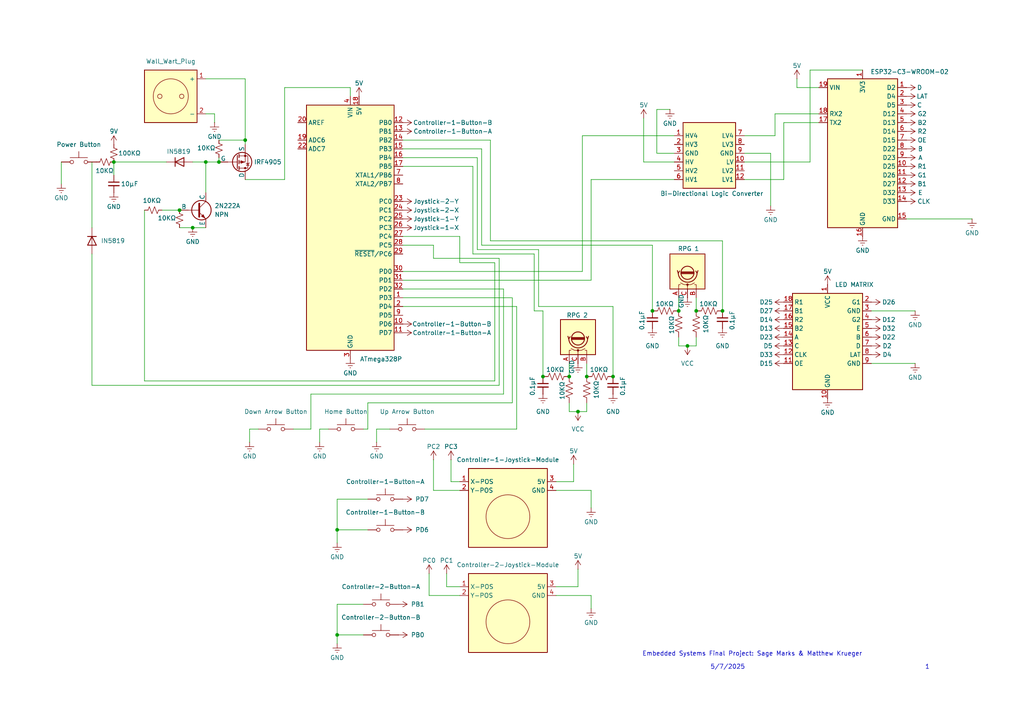
<source format=kicad_sch>
(kicad_sch (version 20250114) (generator "eeschema") (generator_version "9.0")
  (paper "A4")
  (lib_symbols
    (symbol "Arduino_Nano_ESP32_1"
      (property "Value" "Joystick Module" (at -3.302 24.892 0))
      (symbol "Arduino_Nano_ESP32_1_1_1"
        (pin bidirectional line (at -17.78 19.05 0) (length 2.54) (name "X-POS") (number "1"))
        (pin bidirectional line (at -17.78 16.51 0) (length 2.54) (name "Y-POS") (number "2"))
        (pin passive line (at 0 -25.4 90) (length 2.54) (hide yes) (name "GND") (number "29"))
        (pin power_out line (at 10.16 19.05 180) (length 2.54) (name "5V") (number "3"))
        (pin power_out line (at 10.16 16.51 180) (length 2.54) (name "GND") (number "4"))
      )
    )
    (symbol "Connector:Conn_Plug_2P"
      (property "Value" "Wall_Wart_Plug" (at 0 10.16 0))
      (symbol "Conn_Plug_2P_1_1"
        (pin power_in line (at 10.16 5.08 180) (length 2.54) (name "+") (number "1"))
        (pin power_out line (at 10.16 -5.08 180) (length 2.54) (name "-") (number "2"))
      )
    )
    (symbol "D_1" (pin_numbers (hide yes)) (pin_names (offset 1.016) (hide yes))
      (property "Value" "IN5819" (at 4.826 1.27 0))
      (symbol "D_1_1_1"
        (pin passive line (at -1.27 5.08 270) (length 2.54) (name "K") (number "1"))
        (pin passive line (at -1.27 -2.54 90) (length 2.54) (name "A") (number "2"))
      )
    )
    (symbol "Device:C_Small" (pin_numbers (hide yes)) (pin_names (offset 0.254) (hide yes))
      (property "Reference" "C" (at 0.254 1.778 0))
      (property "Value" "C_Small" (at 0.254 -2.032 0))
      (symbol "C_Small_1_1"
        (pin passive line (at 0 2.54 270) (length 2.032) (name "~") (number "1"))
        (pin passive line (at 0 -2.54 90) (length 2.032) (name "~") (number "2"))
      )
    )
    (symbol "Device:D" (pin_numbers (hide yes)) (pin_names (offset 1.016) (hide yes))
      (property "Reference" "D" (at 0 2.54 0))
      (property "Value" "D" (at 0 -2.54 0))
      (symbol "D_1_1"
        (pin passive line (at -3.81 0 0) (length 2.54) (name "K") (number "1"))
        (pin passive line (at 3.81 0 180) (length 2.54) (name "A") (number "2"))
      )
    )
    (symbol "Device:R_Small_US" (pin_numbers (hide yes)) (pin_names (offset 0.254) (hide yes))
      (property "Reference" "R" (at 0.762 0.508 0))
      (property "Value" "R_Small_US" (at 0.762 -1.016 0))
      (symbol "R_Small_US_1_1"
        (pin passive line (at 0 2.54 270) (length 1.016) (name "~") (number "1"))
        (pin passive line (at 0 -2.54 90) (length 1.016) (name "~") (number "2"))
      )
    )
    (symbol "Device:R_US" (pin_numbers (hide yes)) (pin_names (offset 0))
      (property "Reference" "R" (at 2.54 0 90))
      (property "Value" "R_US" (at -2.54 0 90))
      (symbol "R_US_1_1"
        (pin passive line (at 0 3.81 270) (length 1.27) (name "~") (number "1"))
        (pin passive line (at 0 -3.81 90) (length 1.27) (name "~") (number "2"))
      )
    )
    (symbol "Device:RotaryEncoder" (pin_names (offset 0.254) (hide yes))
      (property "Reference" "SW" (at 0 6.604 0))
      (property "Value" "RotaryEncoder" (at 0 -6.604 0))
      (symbol "RotaryEncoder_1_1"
        (pin passive line (at -7.62 2.54 0) (length 2.54) (name "A") (number "A"))
        (pin passive line (at -7.62 0 0) (length 2.54) (name "C") (number "C"))
        (pin passive line (at -7.62 -2.54 0) (length 2.54) (name "B") (number "B"))
      )
    )
    (symbol "Driver_LED:IS31FL3218-GR"
      (property "Value" "LED MATRIX" (at 2.1433 27.94 0))
      (symbol "IS31FL3218-GR_1_1"
        (pin bidirectional line (at -12.7 22.86 0) (length 2.54) (name "R1") (number "18"))
        (pin input line (at -12.7 20.32 0) (length 2.54) (name "B1") (number "17"))
        (pin input line (at -12.7 17.78 0) (length 2.54) (name "R2") (number "16"))
        (pin input line (at -12.7 15.24 0) (length 2.54) (name "B2") (number "15"))
        (pin passive line (at -12.7 12.7 0) (length 2.54) (name "A") (number "14"))
        (pin passive line (at -12.7 10.16 0) (length 2.54) (name "C") (number "13"))
        (pin passive line (at -12.7 7.62 0) (length 2.54) (name "CLK") (number "12"))
        (pin passive line (at -12.7 5.08 0) (length 2.54) (name "OE") (number "11"))
        (pin power_in line (at 0 27.94 270) (length 2.54) (name "VCC") (number "1"))
        (pin power_in line (at 0 -5.08 90) (length 2.54) (name "GND") (number "10"))
        (pin open_collector line (at 12.7 22.86 180) (length 2.54) (name "G1") (number "2"))
        (pin open_collector line (at 12.7 20.32 180) (length 2.54) (name "GND") (number "3"))
        (pin open_collector line (at 12.7 17.78 180) (length 2.54) (name "G2") (number "4"))
        (pin open_collector line (at 12.7 15.24 180) (length 2.54) (name "E") (number "5"))
        (pin open_collector line (at 12.7 12.7 180) (length 2.54) (name "B") (number "6"))
        (pin open_collector line (at 12.7 10.16 180) (length 2.54) (name "D") (number "7"))
        (pin open_collector line (at 12.7 7.62 180) (length 2.54) (name "LAT") (number "8"))
        (pin open_collector line (at 12.7 5.08 180) (length 2.54) (name "GND") (number "9"))
      )
    )
    (symbol "Logic_LevelTranslator:TXB0106PW"
      (property "Value" "Bi-Directional Logic Converter" (at -14.224 -11.684 0))
      (symbol "TXB0106PW_1_1"
        (pin bidirectional line (at -10.16 5.08 0) (length 2.54) (name "HV4") (number "1"))
        (pin bidirectional line (at -10.16 2.54 0) (length 2.54) (name "HV3") (number "2"))
        (pin bidirectional line (at -10.16 0 0) (length 2.54) (name "GND") (number "3"))
        (pin bidirectional line (at -10.16 -2.54 0) (length 2.54) (name "HV") (number "4"))
        (pin bidirectional line (at -10.16 -5.08 0) (length 2.54) (name "HV2") (number "5"))
        (pin bidirectional line (at -10.16 -7.62 0) (length 2.54) (name "HV1") (number "6"))
        (pin bidirectional line (at 10.16 5.08 180) (length 2.54) (name "LV4") (number "7"))
        (pin bidirectional line (at 10.16 2.54 180) (length 2.54) (name "LV3") (number "8"))
        (pin bidirectional line (at 10.16 0 180) (length 2.54) (name "GND") (number "9"))
        (pin bidirectional line (at 10.16 -2.54 180) (length 2.54) (name "LV") (number "10"))
        (pin bidirectional line (at 10.16 -5.08 180) (length 2.54) (name "LV2") (number "11"))
        (pin bidirectional line (at 10.16 -7.62 180) (length 2.54) (name "LV1") (number "12"))
      )
    )
    (symbol "MCU_Microchip_ATmega:ATmega328P-A"
      (property "Value" "ATmega328P" (at 2.794 -38.1 0))
      (symbol "ATmega328P-A_1_1"
        (pin passive line (at -15.24 30.48 0) (length 2.54) (name "AREF") (number "20"))
        (pin input line (at -15.24 25.4 0) (length 2.54) (name "ADC6") (number "19"))
        (pin input line (at -15.24 22.86 0) (length 2.54) (name "ADC7") (number "22"))
        (pin power_in line (at 0 38.1 270) (length 2.54) (name "VIN") (number "4"))
        (pin passive line (at 0 38.1 270) (length 2.54) (hide yes) (name "VCC") (number "6"))
        (pin passive line (at 0 -38.1 90) (length 2.54) (hide yes) (name "GND") (number "21"))
        (pin power_in line (at 0 -38.1 90) (length 2.54) (name "GND") (number "3"))
        (pin passive line (at 0 -38.1 90) (length 2.54) (hide yes) (name "GND") (number "5"))
        (pin power_in line (at 2.54 38.1 270) (length 2.54) (name "5V") (number "18"))
        (pin bidirectional line (at 15.24 30.48 180) (length 2.54) (name "PB0") (number "12"))
        (pin bidirectional line (at 15.24 27.94 180) (length 2.54) (name "PB1") (number "13"))
        (pin bidirectional line (at 15.24 25.4 180) (length 2.54) (name "PB2") (number "14"))
        (pin bidirectional line (at 15.24 22.86 180) (length 2.54) (name "PB3") (number "15"))
        (pin bidirectional line (at 15.24 20.32 180) (length 2.54) (name "PB4") (number "16"))
        (pin bidirectional line (at 15.24 17.78 180) (length 2.54) (name "PB5") (number "17"))
        (pin bidirectional line (at 15.24 15.24 180) (length 2.54) (name "XTAL1/PB6") (number "7"))
        (pin bidirectional line (at 15.24 12.7 180) (length 2.54) (name "XTAL2/PB7") (number "8"))
        (pin bidirectional line (at 15.24 7.62 180) (length 2.54) (name "PC0") (number "23"))
        (pin bidirectional line (at 15.24 5.08 180) (length 2.54) (name "PC1") (number "24"))
        (pin bidirectional line (at 15.24 2.54 180) (length 2.54) (name "PC2") (number "25"))
        (pin bidirectional line (at 15.24 0 180) (length 2.54) (name "PC3") (number "26"))
        (pin bidirectional line (at 15.24 -2.54 180) (length 2.54) (name "PC4") (number "27"))
        (pin bidirectional line (at 15.24 -5.08 180) (length 2.54) (name "PC5") (number "28"))
        (pin bidirectional line (at 15.24 -7.62 180) (length 2.54) (name "~{RESET}/PC6") (number "29"))
        (pin bidirectional line (at 15.24 -12.7 180) (length 2.54) (name "PD0") (number "30"))
        (pin bidirectional line (at 15.24 -15.24 180) (length 2.54) (name "PD1") (number "31"))
        (pin bidirectional line (at 15.24 -17.78 180) (length 2.54) (name "PD2") (number "32"))
        (pin bidirectional line (at 15.24 -20.32 180) (length 2.54) (name "PD3") (number "1"))
        (pin bidirectional line (at 15.24 -22.86 180) (length 2.54) (name "PD4") (number "2"))
        (pin bidirectional line (at 15.24 -25.4 180) (length 2.54) (name "PD5") (number "9"))
        (pin bidirectional line (at 15.24 -27.94 180) (length 2.54) (name "PD6") (number "10"))
        (pin bidirectional line (at 15.24 -30.48 180) (length 2.54) (name "PD7") (number "11"))
      )
    )
    (symbol "MCU_Module:Arduino_Nano_ESP32"
      (property "Value" "Joystick Module" (at -3.302 24.892 0))
      (symbol "Arduino_Nano_ESP32_1_1"
        (pin bidirectional line (at -17.78 19.05 0) (length 2.54) (name "X-POS") (number "1"))
        (pin bidirectional line (at -17.78 16.51 0) (length 2.54) (name "Y-POS") (number "2"))
        (pin passive line (at 0 -25.4 90) (length 2.54) (hide yes) (name "GND") (number "29"))
        (pin power_out line (at 10.16 19.05 180) (length 2.54) (name "5V") (number "3"))
        (pin power_out line (at 10.16 16.51 180) (length 2.54) (name "GND") (number "4"))
      )
    )
    (symbol "RF_Module:ESP32-C3-WROOM-02"
      (property "Value" "ESP32-C3-WROOM-02" (at 2.1433 22.86 0))
      (symbol "ESP32-C3-WROOM-02_1_1"
        (pin bidirectional line (at -10.16 17.78 0) (length 2.54) (name "VIN") (number "19"))
        (pin bidirectional line (at -10.16 10.16 0) (length 2.54) (name "RX2") (number "18"))
        (pin bidirectional line (at -10.16 7.62 0) (length 2.54) (name "TX2") (number "17"))
        (pin passive line (at 0 -22.86 90) (length 2.54) (hide yes) (name "GND") (number "19"))
        (pin power_in line (at 2.54 22.86 270) (length 2.54) (name "3V3") (number "1"))
        (pin power_in line (at 2.54 -25.4 90) (length 2.54) (name "GND") (number "16"))
        (pin bidirectional line (at 15.24 17.78 180) (length 2.54) (name "D2") (number "1"))
        (pin bidirectional line (at 15.24 15.24 180) (length 2.54) (name "D4") (number "2"))
        (pin bidirectional line (at 15.24 12.7 180) (length 2.54) (name "D5") (number "3"))
        (pin bidirectional line (at 15.24 10.16 180) (length 2.54) (name "D12") (number "4"))
        (pin bidirectional line (at 15.24 7.62 180) (length 2.54) (name "D13") (number "5"))
        (pin bidirectional line (at 15.24 5.08 180) (length 2.54) (name "D14") (number "6"))
        (pin bidirectional line (at 15.24 2.54 180) (length 2.54) (name "D15") (number "7"))
        (pin bidirectional line (at 15.24 0 180) (length 2.54) (name "D22") (number "8"))
        (pin bidirectional line (at 15.24 -2.54 180) (length 2.54) (name "D23") (number "9"))
        (pin bidirectional line (at 15.24 -5.08 180) (length 2.54) (name "D25") (number "10"))
        (pin bidirectional line (at 15.24 -7.62 180) (length 2.54) (name "D26") (number "11"))
        (pin bidirectional line (at 15.24 -10.16 180) (length 2.54) (name "D27") (number "12"))
        (pin bidirectional line (at 15.24 -12.7 180) (length 2.54) (name "D32") (number "13"))
        (pin bidirectional line (at 15.24 -15.24 180) (length 2.54) (name "D33") (number "14"))
        (pin bidirectional line (at 15.24 -20.32 180) (length 2.54) (name "GND") (number "15"))
      )
    )
    (symbol "R_Small_US_1" (pin_numbers (hide yes)) (pin_names (offset 0.254) (hide yes))
      (property "Reference" "10KΩ" (at 2.286 2.794 0))
      (symbol "R_Small_US_1_1_1"
        (pin passive line (at -2.54 0 0) (length 1.016) (name "~") (number "2"))
        (pin passive line (at 2.54 0 180) (length 1.016) (name "~") (number "1"))
      )
    )
    (symbol "Simulation_SPICE:NPN" (pin_numbers (hide yes)) (pin_names (offset 0))
      (property "Reference" "Q" (at -2.54 7.62 0))
      (property "Value" "NPN" (at -2.54 5.08 0))
      (symbol "NPN_1_1"
        (pin input line (at -5.08 0 0) (length 2.54) (name "B") (number "2"))
        (pin open_collector line (at 2.54 5.08 270) (length 2.54) (name "C") (number "1"))
        (pin open_emitter line (at 2.54 -5.08 90) (length 2.54) (name "E") (number "3"))
      )
    )
    (symbol "Simulation_SPICE:PMOS" (pin_numbers (hide yes)) (pin_names (offset 0))
      (property "Reference" "IRF4905" (at 6.35 1.2701 0))
      (property "Value" "PMOS" (at 6.35 -1.2699 0))
      (symbol "PMOS_1_1"
        (pin input line (at -5.08 0 0) (length 2.54) (name "G") (number "2"))
        (pin passive line (at 2.54 5.08 270) (length 2.54) (name "S") (number "1"))
        (pin passive line (at 2.54 -5.08 90) (length 2.54) (name "D") (number "3"))
      )
    )
    (symbol "Switch:SW_Push" (pin_numbers (hide yes)) (pin_names (offset 1.016) (hide yes))
      (property "Reference" "SW" (at 1.27 2.54 0))
      (property "Value" "SW_Push" (at 0 -1.524 0))
      (symbol "SW_Push_0_1"
        (pin passive line (at -5.08 0 0) (length 2.54) (name "1") (number "1"))
        (pin passive line (at 5.08 0 180) (length 2.54) (name "2") (number "2"))
      )
    )
    (symbol "VCC_1" (power) (pin_numbers (hide yes)) (pin_names (offset 0) (hide yes))
      (property "Value" "5V" (at 3.81 0 0))
      (symbol "VCC_1_1_1"
        (pin power_in line (at 0 0 0) (length 0) (name "~") (number "1"))
      )
    )
    (symbol "VCC_2" (power) (pin_numbers (hide yes)) (pin_names (offset 0) (hide yes))
      (property "Value" "D26" (at -5.08 0 0))
      (symbol "VCC_2_1_1"
        (pin power_in line (at 0 0 180) (length 0) (name "~") (number "1"))
      )
    )
    (symbol "power:Earth" (power) (pin_numbers (hide yes)) (pin_names (offset 0) (hide yes))
      (property "Value" "Earth" (at 0 -3.81 0))
      (symbol "Earth_1_1"
        (pin power_in line (at 0 0 270) (length 0) (name "~") (number "1"))
      )
    )
    (symbol "power:VCC" (power) (pin_numbers (hide yes)) (pin_names (offset 0) (hide yes))
      (property "Value" "VCC" (at 0 3.556 0))
      (symbol "VCC_1_1"
        (pin power_in line (at 0 0 90) (length 0) (name "~") (number "1"))
      )
    )
  )
  (text "Embedded Systems Final Project: Sage Marks & Matthew Krueger" (at 218.186 189.738 0) (effects (font (size 1.27 1.27))))
  (text "5/7/2025" (at 211.074 193.548 0) (effects (font (size 1.27 1.27))))
  (text "1" (at 268.986 193.548 0) (effects (font (size 1.27 1.27))))
  (junction (at 97.79 153.67))
  (junction (at 170.18 109.22))
  (junction (at 189.23 90.17))
  (junction (at 63.5 46.99))
  (junction (at 157.48 109.22))
  (junction (at 167.64 119.38))
  (junction (at 97.79 184.15))
  (junction (at 201.93 90.17))
  (junction (at 71.12 40.64))
  (junction (at 33.02 46.99))
  (junction (at 196.85 90.17))
  (junction (at 165.1 109.22))
  (junction (at 52.07 60.96))
  (junction (at 59.69 46.99))
  (junction (at 177.8 109.22))
  (junction (at 199.39 100.33))
  (junction (at 209.55 90.17))
  (junction (at 55.88 66.04))
  (wire (pts (xy 196.85 100.33) (xy 199.39 100.33)))
  (wire (pts (xy 139.7 71.12) (xy 189.23 71.12)))
  (wire (pts (xy 195.58 46.99) (xy 186.69 46.99)))
  (wire (pts (xy 130.81 139.7) (xy 133.35 139.7)))
  (wire (pts (xy 148.59 86.36) (xy 148.59 116.84)))
  (wire (pts (xy 125.73 133.35) (xy 125.73 142.24)))
  (wire (pts (xy 109.22 124.46) (xy 109.22 128.27)))
  (wire (pts (xy 227.33 35.56) (xy 237.49 35.56)))
  (wire (pts (xy 170.18 105.41) (xy 170.18 109.22)))
  (wire (pts (xy 227.33 52.07) (xy 227.33 35.56)))
  (wire (pts (xy 59.69 22.86) (xy 71.12 22.86)))
  (wire (pts (xy 85.09 124.46) (xy 90.17 124.46)))
  (wire (pts (xy 97.79 184.15) (xy 97.79 186.69)))
  (wire (pts (xy 63.5 45.72) (xy 63.5 46.99)))
  (wire (pts (xy 26.67 46.99) (xy 26.67 66.04)))
  (wire (pts (xy 142.24 40.64) (xy 116.84 40.64)))
  (wire (pts (xy 170.18 116.84) (xy 170.18 119.38)))
  (wire (pts (xy 137.16 73.66) (xy 154.94 73.66)))
  (wire (pts (xy 231.14 25.4) (xy 231.14 22.86)))
  (wire (pts (xy 215.9 44.45) (xy 223.52 44.45)))
  (wire (pts (xy 250.19 20.32) (xy 234.95 20.32)))
  (wire (pts (xy 52.07 66.04) (xy 55.88 66.04)))
  (wire (pts (xy 161.29 139.7) (xy 166.37 139.7)))
  (wire (pts (xy 177.8 88.9) (xy 177.8 109.22)))
  (wire (pts (xy 62.23 33.02) (xy 62.23 35.56)))
  (wire (pts (xy 71.12 40.64) (xy 71.12 41.91)))
  (wire (pts (xy 252.73 105.41) (xy 265.43 105.41)))
  (wire (pts (xy 161.29 170.18) (xy 167.64 170.18)))
  (wire (pts (xy 116.84 45.72) (xy 138.43 45.72)))
  (wire (pts (xy 63.5 40.64) (xy 71.12 40.64)))
  (wire (pts (xy 116.84 48.26) (xy 137.16 48.26)))
  (wire (pts (xy 156.21 72.39) (xy 156.21 88.9)))
  (wire (pts (xy 189.23 71.12) (xy 189.23 90.17)))
  (wire (pts (xy 199.39 100.33) (xy 201.93 100.33)))
  (wire (pts (xy 139.7 43.18) (xy 116.84 43.18)))
  (wire (pts (xy 33.02 46.99) (xy 48.26 46.99)))
  (wire (pts (xy 215.9 52.07) (xy 227.33 52.07)))
  (wire (pts (xy 130.81 133.35) (xy 130.81 139.7)))
  (wire (pts (xy 82.55 25.4) (xy 101.6 25.4)))
  (wire (pts (xy 215.9 39.37) (xy 224.79 39.37)))
  (wire (pts (xy 55.88 46.99) (xy 59.69 46.99)))
  (wire (pts (xy 161.29 172.72) (xy 171.45 172.72)))
  (wire (pts (xy 165.1 105.41) (xy 165.1 109.22)))
  (wire (pts (xy 129.54 166.37) (xy 129.54 170.18)))
  (wire (pts (xy 129.54 170.18) (xy 133.35 170.18)))
  (wire (pts (xy 41.91 60.96) (xy 41.91 110.49)))
  (wire (pts (xy 234.95 20.32) (xy 234.95 46.99)))
  (wire (pts (xy 252.73 90.17) (xy 265.43 90.17)))
  (wire (pts (xy 90.17 114.3) (xy 146.05 114.3)))
  (wire (pts (xy 148.59 116.84) (xy 106.68 116.84)))
  (wire (pts (xy 33.02 46.99) (xy 33.02 50.8)))
  (wire (pts (xy 196.85 86.36) (xy 196.85 90.17)))
  (wire (pts (xy 143.51 110.49) (xy 143.51 76.2)))
  (wire (pts (xy 72.39 124.46) (xy 72.39 128.27)))
  (wire (pts (xy 154.94 73.66) (xy 154.94 90.17)))
  (wire (pts (xy 133.35 68.58) (xy 116.84 68.58)))
  (wire (pts (xy 138.43 72.39) (xy 156.21 72.39)))
  (wire (pts (xy 166.37 139.7) (xy 166.37 134.62)))
  (wire (pts (xy 196.85 97.79) (xy 196.85 100.33)))
  (wire (pts (xy 167.64 170.18) (xy 167.64 165.1)))
  (wire (pts (xy 195.58 44.45) (xy 190.5 44.45)))
  (wire (pts (xy 171.45 172.72) (xy 171.45 176.53)))
  (wire (pts (xy 168.91 78.74) (xy 116.84 78.74)))
  (wire (pts (xy 125.73 71.12) (xy 116.84 71.12)))
  (wire (pts (xy 171.45 52.07) (xy 171.45 81.28)))
  (wire (pts (xy 209.55 69.85) (xy 209.55 90.17)))
  (wire (pts (xy 116.84 86.36) (xy 148.59 86.36)))
  (wire (pts (xy 237.49 25.4) (xy 231.14 25.4)))
  (wire (pts (xy 105.41 175.26) (xy 97.79 175.26)))
  (wire (pts (xy 190.5 31.75) (xy 194.31 31.75)))
  (wire (pts (xy 223.52 44.45) (xy 223.52 59.69)))
  (wire (pts (xy 106.68 144.78) (xy 97.79 144.78)))
  (wire (pts (xy 224.79 39.37) (xy 224.79 33.02)))
  (wire (pts (xy 171.45 52.07) (xy 195.58 52.07)))
  (wire (pts (xy 74.93 124.46) (xy 72.39 124.46)))
  (wire (pts (xy 171.45 142.24) (xy 171.45 147.32)))
  (wire (pts (xy 144.78 111.76) (xy 144.78 74.93)))
  (wire (pts (xy 59.69 33.02) (xy 62.23 33.02)))
  (wire (pts (xy 97.79 175.26) (xy 97.79 184.15)))
  (wire (pts (xy 116.84 88.9) (xy 149.86 88.9)))
  (wire (pts (xy 149.86 88.9) (xy 149.86 124.46)))
  (wire (pts (xy 26.67 73.66) (xy 26.67 111.76)))
  (wire (pts (xy 146.05 114.3) (xy 146.05 83.82)))
  (wire (pts (xy 125.73 142.24) (xy 133.35 142.24)))
  (wire (pts (xy 71.12 52.07) (xy 82.55 52.07)))
  (wire (pts (xy 168.91 39.37) (xy 168.91 78.74)))
  (wire (pts (xy 92.71 124.46) (xy 92.71 128.27)))
  (wire (pts (xy 186.69 46.99) (xy 186.69 34.29)))
  (wire (pts (xy 106.68 124.46) (xy 105.41 124.46)))
  (wire (pts (xy 26.67 111.76) (xy 144.78 111.76)))
  (wire (pts (xy 124.46 172.72) (xy 133.35 172.72)))
  (wire (pts (xy 201.93 86.36) (xy 201.93 90.17)))
  (wire (pts (xy 55.88 66.04) (xy 59.69 66.04)))
  (wire (pts (xy 90.17 124.46) (xy 90.17 114.3)))
  (wire (pts (xy 142.24 69.85) (xy 142.24 40.64)))
  (wire (pts (xy 139.7 71.12) (xy 139.7 43.18)))
  (wire (pts (xy 124.46 166.37) (xy 124.46 172.72)))
  (wire (pts (xy 59.69 46.99) (xy 63.5 46.99)))
  (wire (pts (xy 41.91 110.49) (xy 143.51 110.49)))
  (wire (pts (xy 224.79 33.02) (xy 237.49 33.02)))
  (wire (pts (xy 165.1 116.84) (xy 165.1 119.38)))
  (wire (pts (xy 101.6 25.4) (xy 101.6 27.94)))
  (wire (pts (xy 97.79 153.67) (xy 97.79 157.48)))
  (wire (pts (xy 149.86 124.46) (xy 123.19 124.46)))
  (wire (pts (xy 143.51 76.2) (xy 133.35 76.2)))
  (wire (pts (xy 154.94 90.17) (xy 157.48 90.17)))
  (wire (pts (xy 161.29 142.24) (xy 171.45 142.24)))
  (wire (pts (xy 190.5 44.45) (xy 190.5 31.75)))
  (wire (pts (xy 165.1 119.38) (xy 167.64 119.38)))
  (wire (pts (xy 137.16 48.26) (xy 137.16 73.66)))
  (wire (pts (xy 133.35 76.2) (xy 133.35 68.58)))
  (wire (pts (xy 142.24 69.85) (xy 209.55 69.85)))
  (wire (pts (xy 125.73 74.93) (xy 125.73 71.12)))
  (wire (pts (xy 113.03 124.46) (xy 109.22 124.46)))
  (wire (pts (xy 146.05 83.82) (xy 116.84 83.82)))
  (wire (pts (xy 138.43 45.72) (xy 138.43 72.39)))
  (wire (pts (xy 71.12 22.86) (xy 71.12 40.64)))
  (wire (pts (xy 144.78 74.93) (xy 125.73 74.93)))
  (wire (pts (xy 201.93 97.79) (xy 201.93 100.33)))
  (wire (pts (xy 171.45 81.28) (xy 116.84 81.28)))
  (wire (pts (xy 97.79 144.78) (xy 97.79 153.67)))
  (wire (pts (xy 95.25 124.46) (xy 92.71 124.46)))
  (wire (pts (xy 157.48 90.17) (xy 157.48 109.22)))
  (wire (pts (xy 59.69 46.99) (xy 59.69 55.88)))
  (wire (pts (xy 82.55 52.07) (xy 82.55 25.4)))
  (wire (pts (xy 168.91 39.37) (xy 195.58 39.37)))
  (wire (pts (xy 97.79 184.15) (xy 105.41 184.15)))
  (wire (pts (xy 167.64 119.38) (xy 170.18 119.38)))
  (wire (pts (xy 156.21 88.9) (xy 177.8 88.9)))
  (wire (pts (xy 97.79 153.67) (xy 106.68 153.67)))
  (wire (pts (xy 17.78 46.99) (xy 17.78 53.34)))
  (wire (pts (xy 106.68 116.84) (xy 106.68 124.46)))
  (wire (pts (xy 234.95 46.99) (xy 215.9 46.99)))
  (wire (pts (xy 46.99 60.96) (xy 52.07 60.96)))
  (wire (pts (xy 262.89 63.5) (xy 281.94 63.5)))
  (symbol (lib_id "Device:R_US") (at 201.93 93.98 0) (unit 1)
    (property "Reference" "R4" (effects (hide yes)))
    (property "Value" "10KΩ" (at 204.724 93.98 90))
    (property "Description" "Resistor, US symbol" (effects (hide yes)))
  )
  (symbol (lib_name "VCC_1") (lib_id "power:VCC") (at 262.89 25.4 0) (unit 1)
    (property "Reference" "#PWR011" (effects (hide yes)))
    (property "Value" "D" (at 266.7 25.4 0))
    (property "Description" "Power symbol creates a global label with name \"VCC\"" (effects (hide yes)))
  )
  (symbol (lib_name "VCC_1") (lib_id "power:VCC") (at 116.84 144.78 0) (unit 1)
    (property "Reference" "#PWR064" (effects (hide yes)))
    (property "Value" "PD7" (at 122.428 144.78 0))
    (property "Description" "Power symbol creates a global label with name \"VCC\"" (effects (hide yes)))
  )
  (symbol (lib_id "power:VCC") (at 186.69 34.29 0) (unit 1)
    (property "Reference" "#PWR08" (effects (hide yes)))
    (property "Value" "5V" (at 186.69 30.48 0))
    (property "Description" "Power symbol creates a global label with name \"VCC\"" (effects (hide yes)))
  )
  (symbol (lib_id "Device:RotaryEncoder") (at 167.64 97.79 90) (unit 1)
    (property "Reference" "SW3" (effects (hide yes)))
    (property "Value" "RPG 2" (at 164.338 91.44 90) (effects (justify right)))
    (property "Description" "Rotary encoder, dual channel, incremental quadrate outputs" (effects (hide yes)))
  )
  (symbol (lib_id "power:VCC") (at 231.14 22.86 0) (unit 1)
    (property "Reference" "#PWR012" (effects (hide yes)))
    (property "Value" "5V" (at 231.14 19.05 0))
    (property "Description" "Power symbol creates a global label with name \"VCC\"" (effects (hide yes)))
  )
  (symbol (lib_id "power:Earth") (at 167.64 105.41 0) (unit 1)
    (property "Reference" "#PWR051" (effects (hide yes)))
    (property "Value" "GND" (at 165.862 106.426 90))
    (property "Description" "Power symbol creates a global label with name \"Earth\"" (effects (hide yes)))
  )
  (symbol (lib_id "power:Earth") (at 157.48 114.3 0) (unit 1)
    (property "Reference" "#PWR050" (effects (hide yes)))
    (property "Value" "GND" (at 157.48 119.38 0))
    (property "Description" "Power symbol creates a global label with name \"Earth\"" (effects (hide yes)))
  )
  (symbol (lib_id "power:VCC") (at 124.46 166.37 0) (unit 1)
    (property "Reference" "#PWR077" (effects (hide yes)))
    (property "Value" "PC0" (at 124.46 162.56 0))
    (property "Description" "Power symbol creates a global label with name \"VCC\"" (effects (hide yes)))
  )
  (symbol (lib_id "power:Earth") (at 177.8 114.3 0) (unit 1)
    (property "Reference" "#PWR053" (effects (hide yes)))
    (property "Value" "GND" (at 177.8 119.38 0))
    (property "Description" "Power symbol creates a global label with name \"Earth\"" (effects (hide yes)))
  )
  (symbol (lib_id "Driver_LED:IS31FL3218-GR") (at 240.03 110.49 0) (unit 1)
    (property "Reference" "U4" (effects (hide yes)))
    (property "Value" "LED MATRIX" (at 242.1733 82.55 0) (effects (justify left)))
    (property "Footprint" "Package_SO:SOP-24_7.5x15.4mm_P1.27mm" (effects (hide yes)))
    (property "Datasheet" "http://www.issi.com/WW/pdf/31FL3218.pdf" (effects (hide yes)))
    (property "Description" "18 LED matrix driver with 8-bit PWM, SOP-24" (effects (hide yes)))
  )
  (symbol (lib_name "VCC_1") (lib_id "power:VCC") (at 262.89 30.48 0) (unit 1)
    (property "Reference" "#PWR018" (effects (hide yes)))
    (property "Value" "C" (at 266.7 30.48 0))
    (property "Description" "Power symbol creates a global label with name \"VCC\"" (effects (hide yes)))
  )
  (symbol (lib_id "Device:C_Small") (at 209.55 92.71 0) (unit 1)
    (property "Reference" "C3" (effects (hide yes)))
    (property "Value" "0.1µF" (at 212.344 95.758 90) (effects (justify left)))
    (property "Description" "Unpolarized capacitor, small symbol" (effects (hide yes)))
  )
  (symbol (lib_id "power:Earth") (at 62.23 35.56 0) (unit 1)
    (property "Reference" "#PWR02" (effects (hide yes)))
    (property "Value" "GND" (at 62.23 39.624 0))
    (property "Description" "Power symbol creates a global label with name \"Earth\"" (effects (hide yes)))
  )
  (symbol (lib_id "power:Earth") (at 33.02 55.88 0) (unit 1)
    (property "Reference" "#PWR05" (effects (hide yes)))
    (property "Value" "GND" (at 33.02 59.944 0))
    (property "Description" "Power symbol creates a global label with name \"Earth\"" (effects (hide yes)))
  )
  (symbol (lib_id "Device:R_US") (at 196.85 93.98 0) (unit 1)
    (property "Reference" "R3" (effects (hide yes)))
    (property "Value" "10KΩ" (at 194.818 94.234 90))
    (property "Description" "Resistor, US symbol" (effects (hide yes)))
  )
  (symbol (lib_name "VCC_1") (lib_id "power:VCC") (at 116.84 35.56 0) (unit 1)
    (property "Reference" "#PWR065" (effects (hide yes)))
    (property "Value" "Controller-1-Button-B" (at 131.318 35.56 0))
    (property "Description" "Power symbol creates a global label with name \"VCC\"" (effects (hide yes)))
  )
  (symbol (lib_id "Switch:SW_Push") (at 80.01 124.46 0) (unit 1)
    (property "Reference" "SW6" (effects (hide yes)))
    (property "Value" "Down Arrow Button" (at 80.01 119.38 0))
    (property "Description" "Push button switch, generic, two pins" (effects (hide yes)))
  )
  (symbol (lib_id "Switch:SW_Push") (at 118.11 124.46 0) (unit 1)
    (property "Reference" "SW5" (effects (hide yes)))
    (property "Value" "Up Arrow Button" (at 118.11 119.38 0))
    (property "Description" "Push button switch, generic, two pins" (effects (hide yes)))
  )
  (symbol (lib_id "power:Earth") (at 281.94 63.5 0) (unit 1)
    (property "Reference" "#PWR016" (effects (hide yes)))
    (property "Value" "GND" (at 281.94 67.564 0))
    (property "Description" "Power symbol creates a global label with name \"Earth\"" (effects (hide yes)))
  )
  (symbol (lib_id "Device:R_Small_US") (at 63.5 43.18 0) (unit 1)
    (property "Reference" "10KΩ" (at 57.15 42.926 0) (effects (justify left)))
    (property "Value" "R_Small_US" (effects (hide yes)))
    (property "Description" "Resistor, small US symbol" (effects (hide yes)))
  )
  (symbol (lib_name "VCC_1") (lib_id "power:VCC") (at 116.84 93.98 0) (unit 1)
    (property "Reference" "#PWR070" (effects (hide yes)))
    (property "Value" "Controller-1-Button-B" (at 131.064 93.98 0))
    (property "Description" "Power symbol creates a global label with name \"VCC\"" (effects (hide yes)))
  )
  (symbol (lib_name "VCC_2") (lib_id "power:VCC") (at 227.33 90.17 0) (unit 1)
    (property "Reference" "#PWR037" (effects (hide yes)))
    (property "Value" "D27" (at 222.25 90.17 0))
    (property "Description" "Power symbol creates a global label with name \"VCC\"" (effects (hide yes)))
  )
  (symbol (lib_name "VCC_1") (lib_id "power:VCC") (at 116.84 66.04 0) (unit 1)
    (property "Reference" "#PWR063" (effects (hide yes)))
    (property "Value" "Joystick-1-X" (at 126.492 66.04 0))
    (property "Description" "Power symbol creates a global label with name \"VCC\"" (effects (hide yes)))
  )
  (symbol (lib_name "VCC_1") (lib_id "power:VCC") (at 262.89 33.02 0) (unit 1)
    (property "Reference" "#PWR019" (effects (hide yes)))
    (property "Value" "G2" (at 267.462 33.02 0))
    (property "Description" "Power symbol creates a global label with name \"VCC\"" (effects (hide yes)))
  )
  (symbol (lib_id "Simulation_SPICE:NPN") (at 57.15 60.96 0) (unit 1)
    (property "Reference" "2N222A" (at 62.23 59.6899 0) (effects (justify left)))
    (property "Value" "NPN" (at 62.23 62.2299 0) (effects (justify left)))
    (property "Datasheet" "https://ngspice.sourceforge.io/docs/ngspice-html-manual/manual.xhtml#cha_BJTs" (effects (hide yes)))
    (property "Description" "Bipolar transistor symbol for simulation only, substrate tied to the emitter" (effects (hide yes)))
    (property "Sim.Device" "NPN" (effects (hide yes)))
    (property "Sim.Type" "GUMMELPOON" (effects (hide yes)))
    (property "Sim.Pins" "1=C 2=B 3=E" (effects (hide yes)))
  )
  (symbol (lib_id "Switch:SW_Push") (at 22.86 46.99 0) (unit 1)
    (property "Reference" "SW1" (effects (hide yes)))
    (property "Value" "Power Button" (at 22.86 41.91 0))
    (property "Description" "Push button switch, generic, two pins" (effects (hide yes)))
  )
  (symbol (lib_name "VCC_1") (lib_id "power:VCC") (at 116.84 96.52 0) (unit 1)
    (property "Reference" "#PWR071" (effects (hide yes)))
    (property "Value" "Controller-1-Button-A" (at 131.064 96.52 0))
    (property "Description" "Power symbol creates a global label with name \"VCC\"" (effects (hide yes)))
  )
  (symbol (lib_id "Switch:SW_Push") (at 111.76 153.67 0) (unit 1)
    (property "Reference" "SW8" (effects (hide yes)))
    (property "Value" "Controller-1-Button-B" (at 111.76 148.59 0))
    (property "Description" "Push button switch, generic, two pins" (effects (hide yes)))
  )
  (symbol (lib_name "VCC_1") (lib_id "power:VCC") (at 262.89 27.94 0) (unit 1)
    (property "Reference" "#PWR017" (effects (hide yes)))
    (property "Value" "LAT" (at 267.462 27.94 0))
    (property "Description" "Power symbol creates a global label with name \"VCC\"" (effects (hide yes)))
  )
  (symbol (lib_name "VCC_2") (lib_id "power:VCC") (at 227.33 95.25 0) (unit 1)
    (property "Reference" "#PWR039" (effects (hide yes)))
    (property "Value" "D13" (at 222.25 95.25 0))
    (property "Description" "Power symbol creates a global label with name \"VCC\"" (effects (hide yes)))
  )
  (symbol (lib_name "VCC_1") (lib_id "power:VCC") (at 262.89 50.8 0) (unit 1)
    (property "Reference" "#PWR026" (effects (hide yes)))
    (property "Value" "G1" (at 267.462 50.8 0))
    (property "Description" "Power symbol creates a global label with name \"VCC\"" (effects (hide yes)))
  )
  (symbol (lib_id "Switch:SW_Push") (at 111.76 144.78 0) (unit 1)
    (property "Reference" "SW7" (effects (hide yes)))
    (property "Value" "Controller-1-Button-A" (at 111.76 139.7 0))
    (property "Description" "Push button switch, generic, two pins" (effects (hide yes)))
  )
  (symbol (lib_id "power:Earth") (at 240.03 115.57 0) (unit 1)
    (property "Reference" "#PWR044" (effects (hide yes)))
    (property "Value" "GND" (at 240.03 119.634 0))
    (property "Description" "Power symbol creates a global label with name \"Earth\"" (effects (hide yes)))
  )
  (symbol (lib_name "VCC_1") (lib_id "power:VCC") (at 262.89 48.26 0) (unit 1)
    (property "Reference" "#PWR025" (effects (hide yes)))
    (property "Value" "R1" (at 267.462 48.26 0))
    (property "Description" "Power symbol creates a global label with name \"VCC\"" (effects (hide yes)))
  )
  (symbol (lib_id "power:Earth") (at 101.6 104.14 0) (unit 1)
    (property "Reference" "#PWR01" (effects (hide yes)))
    (property "Value" "GND" (at 101.6 108.204 0))
    (property "Description" "Power symbol creates a global label with name \"Earth\"" (effects (hide yes)))
  )
  (symbol (lib_name "VCC_1") (lib_id "power:VCC") (at 252.73 87.63 0) (unit 1)
    (property "Reference" "#PWR030" (effects (hide yes)))
    (property "Value" "D26" (at 257.81 87.63 0))
    (property "Description" "Power symbol creates a global label with name \"VCC\"" (effects (hide yes)))
  )
  (symbol (lib_id "Device:C_Small") (at 189.23 92.71 0) (unit 1)
    (property "Reference" "C2" (effects (hide yes)))
    (property "Value" "0.1µF" (at 186.182 95.758 90) (effects (justify left)))
    (property "Description" "Unpolarized capacitor, small symbol" (effects (hide yes)))
  )
  (symbol (lib_id "power:Earth") (at 171.45 147.32 0) (unit 1)
    (property "Reference" "#PWR059" (effects (hide yes)))
    (property "Value" "GND" (at 171.45 151.384 0))
    (property "Description" "Power symbol creates a global label with name \"Earth\"" (effects (hide yes)))
  )
  (symbol (lib_name "VCC_2") (lib_id "power:VCC") (at 227.33 92.71 0) (unit 1)
    (property "Reference" "#PWR038" (effects (hide yes)))
    (property "Value" "D14" (at 222.25 92.71 0))
    (property "Description" "Power symbol creates a global label with name \"VCC\"" (effects (hide yes)))
  )
  (symbol (lib_id "power:Earth") (at 109.22 128.27 0) (unit 1)
    (property "Reference" "#PWR056" (effects (hide yes)))
    (property "Value" "GND" (at 109.22 132.334 0))
    (property "Description" "Power symbol creates a global label with name \"Earth\"" (effects (hide yes)))
  )
  (symbol (lib_name "VCC_1") (lib_id "power:VCC") (at 116.84 63.5 0) (unit 1)
    (property "Reference" "#PWR069" (effects (hide yes)))
    (property "Value" "Joystick-1-Y" (at 126.492 63.5 0) (effects (font (thickness 0.1588))))
    (property "Description" "Power symbol creates a global label with name \"VCC\"" (effects (hide yes)))
  )
  (symbol (lib_id "Device:C_Small") (at 177.8 111.76 0) (unit 1)
    (property "Reference" "C5" (effects (hide yes)))
    (property "Value" "0.1µF" (at 180.594 114.808 90) (effects (justify left)))
    (property "Description" "Unpolarized capacitor, small symbol" (effects (hide yes)))
  )
  (symbol (lib_id "power:VCC") (at 166.37 134.62 0) (unit 1)
    (property "Reference" "#PWR061" (effects (hide yes)))
    (property "Value" "5V" (at 166.37 130.81 0))
    (property "Description" "Power symbol creates a global label with name \"VCC\"" (effects (hide yes)))
  )
  (symbol (lib_id "power:VCC") (at 104.14 27.94 0) (unit 1)
    (property "Reference" "#PWR07" (effects (hide yes)))
    (property "Value" "5V" (at 104.14 24.13 0))
    (property "Description" "Power symbol creates a global label with name \"VCC\"" (effects (hide yes)))
  )
  (symbol (lib_id "Device:R_Small_US") (at 52.07 63.5 0) (unit 1)
    (property "Reference" "10KΩ" (at 45.72 63.246 0) (effects (justify left)))
    (property "Value" "R_Small_US" (effects (hide yes)))
    (property "Description" "Resistor, small US symbol" (effects (hide yes)))
  )
  (symbol (lib_id "power:Earth") (at 171.45 176.53 0) (unit 1)
    (property "Reference" "#PWR060" (effects (hide yes)))
    (property "Value" "GND" (at 171.45 180.594 0))
    (property "Description" "Power symbol creates a global label with name \"Earth\"" (effects (hide yes)))
  )
  (symbol (lib_id "power:VCC") (at 125.73 133.35 0) (unit 1)
    (property "Reference" "#PWR076" (effects (hide yes)))
    (property "Value" "PC2" (at 125.73 129.54 0))
    (property "Description" "Power symbol creates a global label with name \"VCC\"" (effects (hide yes)))
  )
  (symbol (lib_id "Device:R_Small_US") (at 33.02 44.45 0) (unit 1)
    (property "Reference" "100KΩ" (at 34.29 44.45 0) (effects (justify left)))
    (property "Value" "R_Small_US" (effects (hide yes)))
    (property "Description" "Resistor, small US symbol" (effects (hide yes)))
  )
  (symbol (lib_name "VCC_1") (lib_id "power:VCC") (at 252.73 100.33 0) (unit 1)
    (property "Reference" "#PWR034" (effects (hide yes)))
    (property "Value" "D2" (at 257.302 100.33 0))
    (property "Description" "Power symbol creates a global label with name \"VCC\"" (effects (hide yes)))
  )
  (symbol (lib_id "power:Earth") (at 97.79 186.69 0) (unit 1)
    (property "Reference" "#PWR058" (effects (hide yes)))
    (property "Value" "GND" (at 97.79 190.754 0))
    (property "Description" "Power symbol creates a global label with name \"Earth\"" (effects (hide yes)))
  )
  (symbol (lib_id "Device:RotaryEncoder") (at 199.39 78.74 90) (unit 1)
    (property "Reference" "SW2" (effects (hide yes)))
    (property "Value" "RPG 1" (at 196.596 72.136 90) (effects (justify right)))
    (property "Description" "Rotary encoder, dual channel, incremental quadrate outputs" (effects (hide yes)))
  )
  (symbol (lib_id "Connector:Conn_Plug_2P") (at 49.53 27.94 0) (unit 1)
    (property "Reference" "P1" (effects (hide yes)))
    (property "Value" "Wall_Wart_Plug" (at 49.53 17.78 0))
    (property "Description" "2 Pins non-protected generic plug" (effects (hide yes)))
  )
  (symbol (lib_id "MCU_Microchip_ATmega:ATmega328P-A") (at 101.6 66.04 0) (unit 1)
    (property "Reference" "U1" (effects (hide yes)))
    (property "Value" "ATmega328P" (at 104.394 104.14 0) (effects (justify left)))
    (property "Footprint" "Package_QFP:TQFP-32_7x7mm_P0.8mm" (effects (hide yes)))
    (property "Datasheet" "http://ww1.microchip.com/downloads/en/DeviceDoc/ATmega328_P%20AVR%20MCU%20with%20picoPower%20Technology%20Data%20Sheet%2040001984A.pdf" (effects (hide yes)))
    (property "Description" "20MHz, 32kB Flash, 2kB SRAM, 1kB EEPROM, TQFP-32" (effects (hide yes)))
  )
  (symbol (lib_id "power:Earth") (at 194.31 31.75 0) (unit 1)
    (property "Reference" "#PWR09" (effects (hide yes)))
    (property "Value" "GND" (at 194.31 35.814 0))
    (property "Description" "Power symbol creates a global label with name \"Earth\"" (effects (hide yes)))
  )
  (symbol (lib_id "Device:R_US") (at 205.74 90.17 270) (unit 1)
    (property "Reference" "R6" (effects (hide yes)))
    (property "Value" "10KΩ" (at 205.486 88.138 90))
    (property "Description" "Resistor, US symbol" (effects (hide yes)))
  )
  (symbol (lib_id "power:VCC") (at 130.81 133.35 0) (unit 1)
    (property "Reference" "#PWR075" (effects (hide yes)))
    (property "Value" "PC3" (at 130.81 129.54 0))
    (property "Description" "Power symbol creates a global label with name \"VCC\"" (effects (hide yes)))
  )
  (symbol (lib_name "VCC_2") (lib_id "power:VCC") (at 227.33 100.33 0) (unit 1)
    (property "Reference" "#PWR041" (effects (hide yes)))
    (property "Value" "D5" (at 222.758 100.33 0))
    (property "Description" "Power symbol creates a global label with name \"VCC\"" (effects (hide yes)))
  )
  (symbol (lib_id "Device:R_US") (at 170.18 113.03 0) (unit 1)
    (property "Reference" "R9" (effects (hide yes)))
    (property "Value" "10KΩ" (at 172.974 113.03 90))
    (property "Description" "Resistor, US symbol" (effects (hide yes)))
  )
  (symbol (lib_name "VCC_1") (lib_id "power:VCC") (at 115.57 184.15 0) (unit 1)
    (property "Reference" "#PWR073" (effects (hide yes)))
    (property "Value" "PB0" (at 121.158 184.15 0))
    (property "Description" "Power symbol creates a global label with name \"VCC\"" (effects (hide yes)))
  )
  (symbol (lib_id "power:Earth") (at 209.55 95.25 0) (unit 1)
    (property "Reference" "#PWR047" (effects (hide yes)))
    (property "Value" "GND" (at 209.55 100.33 0))
    (property "Description" "Power symbol creates a global label with name \"Earth\"" (effects (hide yes)))
  )
  (symbol (lib_id "power:Earth") (at 199.39 86.36 0) (unit 1)
    (property "Reference" "#PWR046" (effects (hide yes)))
    (property "Value" "GND" (at 197.612 87.376 90))
    (property "Description" "Power symbol creates a global label with name \"Earth\"" (effects (hide yes)))
  )
  (symbol (lib_id "power:VCC") (at 33.02 41.91 0) (unit 1)
    (property "Reference" "#PWR06" (effects (hide yes)))
    (property "Value" "9V" (at 33.02 38.1 0))
    (property "Description" "Power symbol creates a global label with name \"VCC\"" (effects (hide yes)))
  )
  (symbol (lib_id "Device:R_US") (at 193.04 90.17 270) (unit 1)
    (property "Reference" "R5" (effects (hide yes)))
    (property "Value" "10KΩ" (at 192.786 88.138 90))
    (property "Description" "Resistor, US symbol" (effects (hide yes)))
  )
  (symbol (lib_id "power:Earth") (at 17.78 53.34 0) (unit 1)
    (property "Reference" "#PWR04" (effects (hide yes)))
    (property "Value" "GND" (at 17.78 57.404 0))
    (property "Description" "Power symbol creates a global label with name \"Earth\"" (effects (hide yes)))
  )
  (symbol (lib_name "VCC_1") (lib_id "power:VCC") (at 262.89 43.18 0) (unit 1)
    (property "Reference" "#PWR023" (effects (hide yes)))
    (property "Value" "B" (at 266.954 43.18 0))
    (property "Description" "Power symbol creates a global label with name \"VCC\"" (effects (hide yes)))
  )
  (symbol (lib_id "power:Earth") (at 265.43 90.17 0) (unit 1)
    (property "Reference" "#PWR014" (effects (hide yes)))
    (property "Value" "GND" (at 265.43 94.234 0))
    (property "Description" "Power symbol creates a global label with name \"Earth\"" (effects (hide yes)))
  )
  (symbol (lib_id "Switch:SW_Push") (at 100.33 124.46 0) (unit 1)
    (property "Reference" "SW4" (effects (hide yes)))
    (property "Value" "Home Button" (at 100.33 119.38 0))
    (property "Description" "Push button switch, generic, two pins" (effects (hide yes)))
  )
  (symbol (lib_name "VCC_1") (lib_id "power:VCC") (at 262.89 53.34 0) (unit 1)
    (property "Reference" "#PWR027" (effects (hide yes)))
    (property "Value" "B1" (at 267.462 53.34 0))
    (property "Description" "Power symbol creates a global label with name \"VCC\"" (effects (hide yes)))
  )
  (symbol (lib_id "power:VCC") (at 167.64 165.1 0) (unit 1)
    (property "Reference" "#PWR062" (effects (hide yes)))
    (property "Value" "5V" (at 167.64 161.29 0))
    (property "Description" "Power symbol creates a global label with name \"VCC\"" (effects (hide yes)))
  )
  (symbol (lib_id "Device:D") (at 52.07 46.99 0) (unit 1)
    (property "Reference" "D1" (effects (hide yes)))
    (property "Value" "IN5819" (at 51.816 43.942 0))
    (property "Description" "Diode" (effects (hide yes)))
    (property "Sim.Device" "D" (effects (hide yes)))
    (property "Sim.Pins" "1=K 2=A" (effects (hide yes)))
  )
  (symbol (lib_name "VCC_2") (lib_id "power:VCC") (at 227.33 102.87 0) (unit 1)
    (property "Reference" "#PWR042" (effects (hide yes)))
    (property "Value" "D33" (at 222.25 102.87 0))
    (property "Description" "Power symbol creates a global label with name \"VCC\"" (effects (hide yes)))
  )
  (symbol (lib_id "power:Earth") (at 223.52 59.69 0) (unit 1)
    (property "Reference" "#PWR045" (effects (hide yes)))
    (property "Value" "GND" (at 223.52 63.754 0))
    (property "Description" "Power symbol creates a global label with name \"Earth\"" (effects (hide yes)))
  )
  (symbol (lib_name "VCC_1") (lib_id "power:VCC") (at 252.73 92.71 0) (unit 1)
    (property "Reference" "#PWR031" (effects (hide yes)))
    (property "Value" "D12" (at 257.81 92.71 0))
    (property "Description" "Power symbol creates a global label with name \"VCC\"" (effects (hide yes)))
  )
  (symbol (lib_name "VCC_1") (lib_id "power:VCC") (at 262.89 45.72 0) (unit 1)
    (property "Reference" "#PWR024" (effects (hide yes)))
    (property "Value" "A" (at 266.954 45.72 0))
    (property "Description" "Power symbol creates a global label with name \"VCC\"" (effects (hide yes)))
  )
  (symbol (lib_name "D_1") (lib_id "Device:D") (at 27.94 71.12 0) (unit 1)
    (property "Reference" "D2" (effects (hide yes)))
    (property "Value" "IN5819" (at 32.766 69.85 0))
    (property "Description" "Diode" (effects (hide yes)))
    (property "Sim.Device" "D" (effects (hide yes)))
    (property "Sim.Pins" "1=K 2=A" (effects (hide yes)))
  )
  (symbol (lib_id "Device:C_Small") (at 157.48 111.76 0) (unit 1)
    (property "Reference" "C4" (effects (hide yes)))
    (property "Value" "0.1µF" (at 154.432 114.808 90) (effects (justify left)))
    (property "Description" "Unpolarized capacitor, small symbol" (effects (hide yes)))
  )
  (symbol (lib_id "Simulation_SPICE:PMOS") (at 68.58 46.99 0) (unit 1)
    (property "Reference" "IRF4905" (at 73.66 46.99 0) (effects (justify left)))
    (property "Value" "PMOS" (effects (hide yes)))
    (property "Datasheet" "https://ngspice.sourceforge.io/docs/ngspice-html-manual/manual.xhtml#cha_MOSFETs" (effects (hide yes)))
    (property "Description" "P-MOSFET transistor, drain/source/gate" (effects (hide yes)))
    (property "Sim.Device" "PMOS" (effects (hide yes)))
    (property "Sim.Type" "VDMOS" (effects (hide yes)))
    (property "Sim.Pins" "1=D 2=G 3=S" (effects (hide yes)))
  )
  (symbol (lib_id "power:VCC") (at 167.64 119.38 180) (unit 1)
    (property "Reference" "#PWR052" (effects (hide yes)))
    (property "Value" "VCC" (at 167.64 124.46 0))
    (property "Description" "Power symbol creates a global label with name \"VCC\"" (effects (hide yes)))
  )
  (symbol (lib_name "VCC_1") (lib_id "power:VCC") (at 262.89 35.56 0) (unit 1)
    (property "Reference" "#PWR020" (effects (hide yes)))
    (property "Value" "B2" (at 267.462 35.56 0))
    (property "Description" "Power symbol creates a global label with name \"VCC\"" (effects (hide yes)))
  )
  (symbol (lib_name "VCC_1") (lib_id "power:VCC") (at 116.84 153.67 0) (unit 1)
    (property "Reference" "#PWR072" (effects (hide yes)))
    (property "Value" "PD6" (at 122.428 153.67 0))
    (property "Description" "Power symbol creates a global label with name \"VCC\"" (effects (hide yes)))
  )
  (symbol (lib_name "VCC_1") (lib_id "power:VCC") (at 262.89 58.42 0) (unit 1)
    (property "Reference" "#PWR029" (effects (hide yes)))
    (property "Value" "CLK" (at 267.97 58.42 0))
    (property "Description" "Power symbol creates a global label with name \"VCC\"" (effects (hide yes)))
  )
  (symbol (lib_id "power:Earth") (at 250.19 68.58 0) (unit 1)
    (property "Reference" "#PWR013" (effects (hide yes)))
    (property "Value" "GND" (at 250.19 72.644 0))
    (property "Description" "Power symbol creates a global label with name \"Earth\"" (effects (hide yes)))
  )
  (symbol (lib_id "power:Earth") (at 189.23 95.25 0) (unit 1)
    (property "Reference" "#PWR048" (effects (hide yes)))
    (property "Value" "GND" (at 189.23 100.33 0))
    (property "Description" "Power symbol creates a global label with name \"Earth\"" (effects (hide yes)))
  )
  (symbol (lib_id "power:VCC") (at 129.54 166.37 0) (unit 1)
    (property "Reference" "#PWR078" (effects (hide yes)))
    (property "Value" "PC1" (at 129.54 162.56 0))
    (property "Description" "Power symbol creates a global label with name \"VCC\"" (effects (hide yes)))
  )
  (symbol (lib_id "Device:R_US") (at 173.99 109.22 270) (unit 1)
    (property "Reference" "R10" (effects (hide yes)))
    (property "Value" "10KΩ" (at 173.736 107.188 90))
    (property "Description" "Resistor, US symbol" (effects (hide yes)))
  )
  (symbol (lib_id "Device:C_Small") (at 33.02 53.34 0) (unit 1)
    (property "Reference" "C1" (effects (hide yes)))
    (property "Value" "10µF" (at 35.052 53.34 0) (effects (justify left)))
    (property "Description" "Unpolarized capacitor, small symbol" (effects (hide yes)))
  )
  (symbol (lib_id "Device:R_US") (at 161.29 109.22 270) (unit 1)
    (property "Reference" "R7" (effects (hide yes)))
    (property "Value" "10KΩ" (at 161.036 107.188 90))
    (property "Description" "Resistor, US symbol" (effects (hide yes)))
  )
  (symbol (lib_id "power:VCC") (at 240.03 82.55 0) (unit 1)
    (property "Reference" "#PWR010" (effects (hide yes)))
    (property "Value" "5V" (at 240.03 78.74 0))
    (property "Description" "Power symbol creates a global label with name \"VCC\"" (effects (hide yes)))
  )
  (symbol (lib_id "power:Earth") (at 72.39 128.27 0) (unit 1)
    (property "Reference" "#PWR054" (effects (hide yes)))
    (property "Value" "GND" (at 72.39 132.334 0))
    (property "Description" "Power symbol creates a global label with name \"Earth\"" (effects (hide yes)))
  )
  (symbol (lib_name "VCC_2") (lib_id "power:VCC") (at 227.33 105.41 0) (unit 1)
    (property "Reference" "#PWR043" (effects (hide yes)))
    (property "Value" "D15" (at 222.25 105.41 0))
    (property "Description" "Power symbol creates a global label with name \"VCC\"" (effects (hide yes)))
  )
  (symbol (lib_id "power:Earth") (at 55.88 66.04 0) (unit 1)
    (property "Reference" "#PWR03" (effects (hide yes)))
    (property "Value" "GND" (at 55.88 70.104 0))
    (property "Description" "Power symbol creates a global label with name \"Earth\"" (effects (hide yes)))
  )
  (symbol (lib_id "power:Earth") (at 92.71 128.27 0) (unit 1)
    (property "Reference" "#PWR055" (effects (hide yes)))
    (property "Value" "GND" (at 92.71 132.334 0))
    (property "Description" "Power symbol creates a global label with name \"Earth\"" (effects (hide yes)))
  )
  (symbol (lib_name "VCC_1") (lib_id "power:VCC") (at 115.57 175.26 0) (unit 1)
    (property "Reference" "#PWR074" (effects (hide yes)))
    (property "Value" "PB1" (at 121.158 175.26 0))
    (property "Description" "Power symbol creates a global label with name \"VCC\"" (effects (hide yes)))
  )
  (symbol (lib_id "Switch:SW_Push") (at 110.49 175.26 0) (unit 1)
    (property "Reference" "SW9" (effects (hide yes)))
    (property "Value" "Controller-2-Button-A" (at 110.49 170.18 0))
    (property "Description" "Push button switch, generic, two pins" (effects (hide yes)))
  )
  (symbol (lib_id "power:VCC") (at 199.39 100.33 180) (unit 1)
    (property "Reference" "#PWR049" (effects (hide yes)))
    (property "Value" "VCC" (at 199.39 105.41 0))
    (property "Description" "Power symbol creates a global label with name \"VCC\"" (effects (hide yes)))
  )
  (symbol (lib_name "VCC_1") (lib_id "power:VCC") (at 262.89 40.64 0) (unit 1)
    (property "Reference" "#PWR022" (effects (hide yes)))
    (property "Value" "OE" (at 267.462 40.64 0))
    (property "Description" "Power symbol creates a global label with name \"VCC\"" (effects (hide yes)))
  )
  (symbol (lib_name "VCC_1") (lib_id "power:VCC") (at 252.73 95.25 0) (unit 1)
    (property "Reference" "#PWR032" (effects (hide yes)))
    (property "Value" "D32" (at 257.81 95.25 0))
    (property "Description" "Power symbol creates a global label with name \"VCC\"" (effects (hide yes)))
  )
  (symbol (lib_id "power:Earth") (at 265.43 105.41 0) (unit 1)
    (property "Reference" "#PWR015" (effects (hide yes)))
    (property "Value" "GND" (at 265.43 109.474 0))
    (property "Description" "Power symbol creates a global label with name \"Earth\"" (effects (hide yes)))
  )
  (symbol (lib_id "Device:R_US") (at 165.1 113.03 0) (unit 1)
    (property "Reference" "R8" (effects (hide yes)))
    (property "Value" "10KΩ" (at 163.068 113.284 90))
    (property "Description" "Resistor, US symbol" (effects (hide yes)))
  )
  (symbol (lib_name "R_Small_US_1") (lib_id "Device:R_Small_US") (at 30.48 46.99 0) (unit 1)
    (property "Reference" "10KΩ" (at 33.02 49.53 0) (effects (justify right)))
    (property "Value" "R_Small_US" (effects (hide yes)))
    (property "Description" "Resistor, small US symbol" (effects (hide yes)))
  )
  (symbol (lib_name "VCC_1") (lib_id "power:VCC") (at 262.89 38.1 0) (unit 1)
    (property "Reference" "#PWR021" (effects (hide yes)))
    (property "Value" "R2" (at 267.462 38.1 0))
    (property "Description" "Power symbol creates a global label with name \"VCC\"" (effects (hide yes)))
  )
  (symbol (lib_name "VCC_1") (lib_id "power:VCC") (at 252.73 97.79 0) (unit 1)
    (property "Reference" "#PWR033" (effects (hide yes)))
    (property "Value" "D22" (at 257.81 97.79 0))
    (property "Description" "Power symbol creates a global label with name \"VCC\"" (effects (hide yes)))
  )
  (symbol (lib_name "VCC_2") (lib_id "power:VCC") (at 227.33 87.63 0) (unit 1)
    (property "Reference" "#PWR036" (effects (hide yes)))
    (property "Value" "D25" (at 222.25 87.63 0))
    (property "Description" "Power symbol creates a global label with name \"VCC\"" (effects (hide yes)))
  )
  (symbol (lib_id "Switch:SW_Push") (at 110.49 184.15 0) (unit 1)
    (property "Reference" "SW10" (effects (hide yes)))
    (property "Value" "Controller-2-Button-B" (at 110.49 179.07 0))
    (property "Description" "Push button switch, generic, two pins" (effects (hide yes)))
  )
  (symbol (lib_name "VCC_1") (lib_id "power:VCC") (at 116.84 58.42 0) (unit 1)
    (property "Reference" "#PWR068" (effects (hide yes)))
    (property "Value" "Joystick-2-Y" (at 126.492 58.42 0))
    (property "Description" "Power symbol creates a global label with name \"VCC\"" (effects (hide yes)))
  )
  (symbol (lib_name "VCC_2") (lib_id "power:VCC") (at 227.33 97.79 0) (unit 1)
    (property "Reference" "#PWR040" (effects (hide yes)))
    (property "Value" "D23" (at 222.25 97.79 0))
    (property "Description" "Power symbol creates a global label with name \"VCC\"" (effects (hide yes)))
  )
  (symbol (lib_name "Arduino_Nano_ESP32_1") (lib_id "MCU_Module:Arduino_Nano_ESP32") (at 151.13 189.23 0) (unit 1)
    (property "Reference" "A2" (effects (hide yes)))
    (property "Value" "Controller-2-Joystick-Module" (at 147.32 163.83 0))
    (property "Footprint" "Module:Arduino_Nano" (effects (hide yes)))
    (property "Datasheet" "https://docs.arduino.cc/resources/datasheets/ABX00083-datasheet.pdf" (effects (hide yes)))
    (property "Description" "Arduino Nano board based on the ESP32-S3 with a dual-core 240 MHz processor, 384 kB ROM, 512 kB SRAM. Operates at 3.3V, with 5V USB-C® input and 6-21V VIN. Features Wi-Fi®, Bluetooth® LE, digital and analog pins, and supports SPI, I2C, UART, I2S, and CAN." (effects (hide yes)))
  )
  (symbol (lib_name "R_Small_US_1") (lib_id "Device:R_Small_US") (at 44.45 60.96 0) (unit 1)
    (property "Reference" "10KΩ" (at 46.736 58.166 0) (effects (justify right)))
    (property "Value" "R_Small_US" (effects (hide yes)))
    (property "Description" "Resistor, small US symbol" (effects (hide yes)))
  )
  (symbol (lib_id "Logic_LevelTranslator:TXB0106PW") (at 205.74 44.45 0) (unit 1)
    (property "Reference" "U3" (effects (hide yes)))
    (property "Value" "Bi-Directional Logic Converter" (at 191.516 56.134 0) (effects (justify left)))
    (property "Footprint" "Package_SO:TSSOP-16_4.4x5mm_P0.65mm" (effects (hide yes)))
    (property "Datasheet" "http://www.ti.com/lit/ds/symlink/txb0106.pdf" (effects (hide yes)))
    (property "Description" "6-Bit Bidirectional Voltage-Level Translator, Auto Direction Sensing and ±15-kV ESD Protection, 1.2 - 3.6V APort, 1.65 - 5.5V BPort, TSSOP-16" (effects (hide yes)))
  )
  (symbol (lib_name "VCC_1") (lib_id "power:VCC") (at 262.89 55.88 0) (unit 1)
    (property "Reference" "#PWR028" (effects (hide yes)))
    (property "Value" "E" (at 266.954 55.88 0))
    (property "Description" "Power symbol creates a global label with name \"VCC\"" (effects (hide yes)))
  )
  (symbol (lib_id "MCU_Module:Arduino_Nano_ESP32") (at 151.13 158.75 0) (unit 1)
    (property "Reference" "A1" (effects (hide yes)))
    (property "Value" "Controller-1-Joystick-Module" (at 147.32 133.35 0))
    (property "Footprint" "Module:Arduino_Nano" (effects (hide yes)))
    (property "Datasheet" "https://docs.arduino.cc/resources/datasheets/ABX00083-datasheet.pdf" (effects (hide yes)))
    (property "Description" "Arduino Nano board based on the ESP32-S3 with a dual-core 240 MHz processor, 384 kB ROM, 512 kB SRAM. Operates at 3.3V, with 5V USB-C® input and 6-21V VIN. Features Wi-Fi®, Bluetooth® LE, digital and analog pins, and supports SPI, I2C, UART, I2S, and CAN." (effects (hide yes)))
  )
  (symbol (lib_id "power:Earth") (at 97.79 157.48 0) (unit 1)
    (property "Reference" "#PWR057" (effects (hide yes)))
    (property "Value" "GND" (at 97.79 161.544 0))
    (property "Description" "Power symbol creates a global label with name \"Earth\"" (effects (hide yes)))
  )
  (symbol (lib_name "VCC_1") (lib_id "power:VCC") (at 116.84 60.96 0) (unit 1)
    (property "Reference" "#PWR067" (effects (hide yes)))
    (property "Value" "Joystick-2-X" (at 126.492 60.96 0))
    (property "Description" "Power symbol creates a global label with name \"VCC\"" (effects (hide yes)))
  )
  (symbol (lib_name "VCC_1") (lib_id "power:VCC") (at 252.73 102.87 0) (unit 1)
    (property "Reference" "#PWR035" (effects (hide yes)))
    (property "Value" "D4" (at 257.302 102.87 0))
    (property "Description" "Power symbol creates a global label with name \"VCC\"" (effects (hide yes)))
  )
  (symbol (lib_id "RF_Module:ESP32-C3-WROOM-02") (at 247.65 43.18 0) (unit 1)
    (property "Reference" "U2" (effects (hide yes)))
    (property "Value" "ESP32-C3-WROOM-02" (at 252.476 20.828 0) (effects (justify left)))
    (property "Footprint" "RF_Module:ESP32-C3-WROOM-02" (effects (hide yes)))
    (property "Datasheet" "https://www.espressif.com/sites/default/files/documentation/esp32-c3-wroom-02_datasheet_en.pdf" (effects (hide yes)))
    (property "Description" "802.11 b/g/n Wi­Fi and Bluetooth 5 module, ESP32­C3 SoC, RISC­V microprocessor, On-board antenna" (effects (hide yes)))
  )
  (symbol (lib_name "VCC_1") (lib_id "power:VCC") (at 116.84 38.1 0) (unit 1)
    (property "Reference" "#PWR066" (effects (hide yes)))
    (property "Value" "Controller-1-Button-A" (at 131.318 38.1 0))
    (property "Description" "Power symbol creates a global label with name \"VCC\"" (effects (hide yes)))
  )
)
</source>
